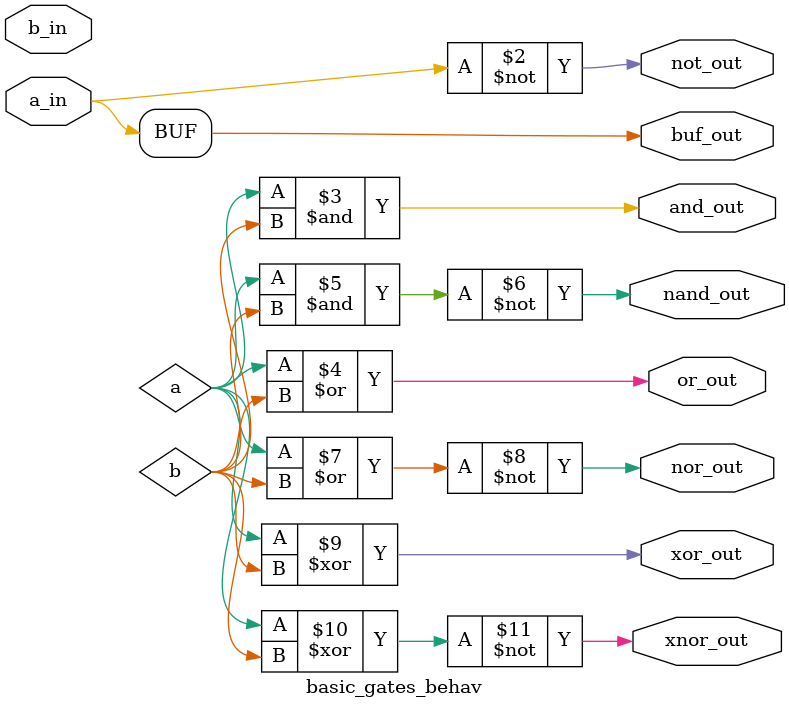
<source format=v>
module basic_gates_behav(input a_in,
                         input b_in,
                         output not_out,
                         output buf_out,
                         output and_out,
                         output or_out,
                         output nand_out,
                         output nor_out,
                         output xor_out,
                         output xnor_out);
  always@(a,b)
    begin
      not_out = ~a_in;
      buf_out = a_in;
      and_out = a & b;
      or_out = a | b;
      nand_out = ~(a&b);
      nor_out = ~(a|b);
      xor_out = a^b;
      xnor_out = ~(a^b);
    end
endmodule

</source>
